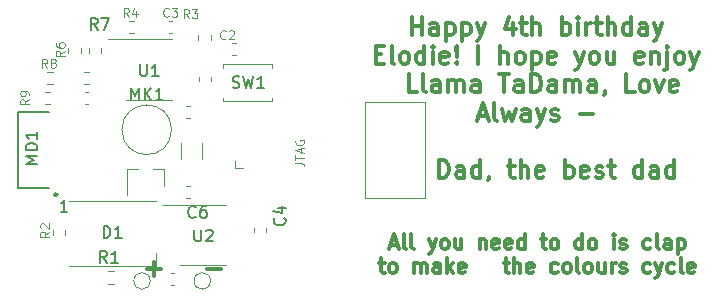
<source format=gbr>
%TF.GenerationSoftware,KiCad,Pcbnew,(6.0.0-rc1-314-g10be483430)*%
%TF.CreationDate,2021-12-09T18:24:32+11:00*%
%TF.ProjectId,project_llama,70726f6a-6563-4745-9f6c-6c616d612e6b,rev?*%
%TF.SameCoordinates,Original*%
%TF.FileFunction,Legend,Top*%
%TF.FilePolarity,Positive*%
%FSLAX46Y46*%
G04 Gerber Fmt 4.6, Leading zero omitted, Abs format (unit mm)*
G04 Created by KiCad (PCBNEW (6.0.0-rc1-314-g10be483430)) date 2021-12-09 18:24:32*
%MOMM*%
%LPD*%
G01*
G04 APERTURE LIST*
%ADD10C,0.300000*%
%ADD11C,0.120000*%
%ADD12C,0.150000*%
%ADD13C,0.250000*%
G04 APERTURE END LIST*
D10*
X189028571Y-50107142D02*
X190171428Y-50107142D01*
X189600000Y-50678571D02*
X189600000Y-49535714D01*
X209629761Y-48052083D02*
X210225000Y-48052083D01*
X209510714Y-48409226D02*
X209927380Y-47159226D01*
X210344047Y-48409226D01*
X210939285Y-48409226D02*
X210820238Y-48349702D01*
X210760714Y-48230654D01*
X210760714Y-47159226D01*
X211594047Y-48409226D02*
X211475000Y-48349702D01*
X211415476Y-48230654D01*
X211415476Y-47159226D01*
X212903571Y-47575892D02*
X213201190Y-48409226D01*
X213498809Y-47575892D02*
X213201190Y-48409226D01*
X213082142Y-48706845D01*
X213022619Y-48766369D01*
X212903571Y-48825892D01*
X214153571Y-48409226D02*
X214034523Y-48349702D01*
X213975000Y-48290178D01*
X213915476Y-48171130D01*
X213915476Y-47813988D01*
X213975000Y-47694940D01*
X214034523Y-47635416D01*
X214153571Y-47575892D01*
X214332142Y-47575892D01*
X214451190Y-47635416D01*
X214510714Y-47694940D01*
X214570238Y-47813988D01*
X214570238Y-48171130D01*
X214510714Y-48290178D01*
X214451190Y-48349702D01*
X214332142Y-48409226D01*
X214153571Y-48409226D01*
X215641666Y-47575892D02*
X215641666Y-48409226D01*
X215105952Y-47575892D02*
X215105952Y-48230654D01*
X215165476Y-48349702D01*
X215284523Y-48409226D01*
X215463095Y-48409226D01*
X215582142Y-48349702D01*
X215641666Y-48290178D01*
X217189285Y-47575892D02*
X217189285Y-48409226D01*
X217189285Y-47694940D02*
X217248809Y-47635416D01*
X217367857Y-47575892D01*
X217546428Y-47575892D01*
X217665476Y-47635416D01*
X217725000Y-47754464D01*
X217725000Y-48409226D01*
X218796428Y-48349702D02*
X218677380Y-48409226D01*
X218439285Y-48409226D01*
X218320238Y-48349702D01*
X218260714Y-48230654D01*
X218260714Y-47754464D01*
X218320238Y-47635416D01*
X218439285Y-47575892D01*
X218677380Y-47575892D01*
X218796428Y-47635416D01*
X218855952Y-47754464D01*
X218855952Y-47873511D01*
X218260714Y-47992559D01*
X219867857Y-48349702D02*
X219748809Y-48409226D01*
X219510714Y-48409226D01*
X219391666Y-48349702D01*
X219332142Y-48230654D01*
X219332142Y-47754464D01*
X219391666Y-47635416D01*
X219510714Y-47575892D01*
X219748809Y-47575892D01*
X219867857Y-47635416D01*
X219927380Y-47754464D01*
X219927380Y-47873511D01*
X219332142Y-47992559D01*
X220998809Y-48409226D02*
X220998809Y-47159226D01*
X220998809Y-48349702D02*
X220879761Y-48409226D01*
X220641666Y-48409226D01*
X220522619Y-48349702D01*
X220463095Y-48290178D01*
X220403571Y-48171130D01*
X220403571Y-47813988D01*
X220463095Y-47694940D01*
X220522619Y-47635416D01*
X220641666Y-47575892D01*
X220879761Y-47575892D01*
X220998809Y-47635416D01*
X222367857Y-47575892D02*
X222844047Y-47575892D01*
X222546428Y-47159226D02*
X222546428Y-48230654D01*
X222605952Y-48349702D01*
X222725000Y-48409226D01*
X222844047Y-48409226D01*
X223439285Y-48409226D02*
X223320238Y-48349702D01*
X223260714Y-48290178D01*
X223201190Y-48171130D01*
X223201190Y-47813988D01*
X223260714Y-47694940D01*
X223320238Y-47635416D01*
X223439285Y-47575892D01*
X223617857Y-47575892D01*
X223736904Y-47635416D01*
X223796428Y-47694940D01*
X223855952Y-47813988D01*
X223855952Y-48171130D01*
X223796428Y-48290178D01*
X223736904Y-48349702D01*
X223617857Y-48409226D01*
X223439285Y-48409226D01*
X225879761Y-48409226D02*
X225879761Y-47159226D01*
X225879761Y-48349702D02*
X225760714Y-48409226D01*
X225522619Y-48409226D01*
X225403571Y-48349702D01*
X225344047Y-48290178D01*
X225284523Y-48171130D01*
X225284523Y-47813988D01*
X225344047Y-47694940D01*
X225403571Y-47635416D01*
X225522619Y-47575892D01*
X225760714Y-47575892D01*
X225879761Y-47635416D01*
X226653571Y-48409226D02*
X226534523Y-48349702D01*
X226475000Y-48290178D01*
X226415476Y-48171130D01*
X226415476Y-47813988D01*
X226475000Y-47694940D01*
X226534523Y-47635416D01*
X226653571Y-47575892D01*
X226832142Y-47575892D01*
X226951190Y-47635416D01*
X227010714Y-47694940D01*
X227070238Y-47813988D01*
X227070238Y-48171130D01*
X227010714Y-48290178D01*
X226951190Y-48349702D01*
X226832142Y-48409226D01*
X226653571Y-48409226D01*
X228558333Y-48409226D02*
X228558333Y-47575892D01*
X228558333Y-47159226D02*
X228498809Y-47218750D01*
X228558333Y-47278273D01*
X228617857Y-47218750D01*
X228558333Y-47159226D01*
X228558333Y-47278273D01*
X229094047Y-48349702D02*
X229213095Y-48409226D01*
X229451190Y-48409226D01*
X229570238Y-48349702D01*
X229629761Y-48230654D01*
X229629761Y-48171130D01*
X229570238Y-48052083D01*
X229451190Y-47992559D01*
X229272619Y-47992559D01*
X229153571Y-47933035D01*
X229094047Y-47813988D01*
X229094047Y-47754464D01*
X229153571Y-47635416D01*
X229272619Y-47575892D01*
X229451190Y-47575892D01*
X229570238Y-47635416D01*
X231653571Y-48349702D02*
X231534523Y-48409226D01*
X231296428Y-48409226D01*
X231177380Y-48349702D01*
X231117857Y-48290178D01*
X231058333Y-48171130D01*
X231058333Y-47813988D01*
X231117857Y-47694940D01*
X231177380Y-47635416D01*
X231296428Y-47575892D01*
X231534523Y-47575892D01*
X231653571Y-47635416D01*
X232367857Y-48409226D02*
X232248809Y-48349702D01*
X232189285Y-48230654D01*
X232189285Y-47159226D01*
X233379761Y-48409226D02*
X233379761Y-47754464D01*
X233320238Y-47635416D01*
X233201190Y-47575892D01*
X232963095Y-47575892D01*
X232844047Y-47635416D01*
X233379761Y-48349702D02*
X233260714Y-48409226D01*
X232963095Y-48409226D01*
X232844047Y-48349702D01*
X232784523Y-48230654D01*
X232784523Y-48111607D01*
X232844047Y-47992559D01*
X232963095Y-47933035D01*
X233260714Y-47933035D01*
X233379761Y-47873511D01*
X233974999Y-47575892D02*
X233974999Y-48825892D01*
X233974999Y-47635416D02*
X234094047Y-47575892D01*
X234332142Y-47575892D01*
X234451190Y-47635416D01*
X234510714Y-47694940D01*
X234570238Y-47813988D01*
X234570238Y-48171130D01*
X234510714Y-48290178D01*
X234451190Y-48349702D01*
X234332142Y-48409226D01*
X234094047Y-48409226D01*
X233974999Y-48349702D01*
X208677380Y-49588392D02*
X209153571Y-49588392D01*
X208855952Y-49171726D02*
X208855952Y-50243154D01*
X208915476Y-50362202D01*
X209034523Y-50421726D01*
X209153571Y-50421726D01*
X209748809Y-50421726D02*
X209629761Y-50362202D01*
X209570238Y-50302678D01*
X209510714Y-50183630D01*
X209510714Y-49826488D01*
X209570238Y-49707440D01*
X209629761Y-49647916D01*
X209748809Y-49588392D01*
X209927380Y-49588392D01*
X210046428Y-49647916D01*
X210105952Y-49707440D01*
X210165476Y-49826488D01*
X210165476Y-50183630D01*
X210105952Y-50302678D01*
X210046428Y-50362202D01*
X209927380Y-50421726D01*
X209748809Y-50421726D01*
X211653571Y-50421726D02*
X211653571Y-49588392D01*
X211653571Y-49707440D02*
X211713095Y-49647916D01*
X211832142Y-49588392D01*
X212010714Y-49588392D01*
X212129761Y-49647916D01*
X212189285Y-49766964D01*
X212189285Y-50421726D01*
X212189285Y-49766964D02*
X212248809Y-49647916D01*
X212367857Y-49588392D01*
X212546428Y-49588392D01*
X212665476Y-49647916D01*
X212725000Y-49766964D01*
X212725000Y-50421726D01*
X213855952Y-50421726D02*
X213855952Y-49766964D01*
X213796428Y-49647916D01*
X213677380Y-49588392D01*
X213439285Y-49588392D01*
X213320238Y-49647916D01*
X213855952Y-50362202D02*
X213736904Y-50421726D01*
X213439285Y-50421726D01*
X213320238Y-50362202D01*
X213260714Y-50243154D01*
X213260714Y-50124107D01*
X213320238Y-50005059D01*
X213439285Y-49945535D01*
X213736904Y-49945535D01*
X213855952Y-49886011D01*
X214451190Y-50421726D02*
X214451190Y-49171726D01*
X214570238Y-49945535D02*
X214927380Y-50421726D01*
X214927380Y-49588392D02*
X214451190Y-50064583D01*
X215939285Y-50362202D02*
X215820238Y-50421726D01*
X215582142Y-50421726D01*
X215463095Y-50362202D01*
X215403571Y-50243154D01*
X215403571Y-49766964D01*
X215463095Y-49647916D01*
X215582142Y-49588392D01*
X215820238Y-49588392D01*
X215939285Y-49647916D01*
X215998809Y-49766964D01*
X215998809Y-49886011D01*
X215403571Y-50005059D01*
X219213095Y-49588392D02*
X219689285Y-49588392D01*
X219391666Y-49171726D02*
X219391666Y-50243154D01*
X219451190Y-50362202D01*
X219570238Y-50421726D01*
X219689285Y-50421726D01*
X220105952Y-50421726D02*
X220105952Y-49171726D01*
X220641666Y-50421726D02*
X220641666Y-49766964D01*
X220582142Y-49647916D01*
X220463095Y-49588392D01*
X220284523Y-49588392D01*
X220165476Y-49647916D01*
X220105952Y-49707440D01*
X221713095Y-50362202D02*
X221594047Y-50421726D01*
X221355952Y-50421726D01*
X221236904Y-50362202D01*
X221177380Y-50243154D01*
X221177380Y-49766964D01*
X221236904Y-49647916D01*
X221355952Y-49588392D01*
X221594047Y-49588392D01*
X221713095Y-49647916D01*
X221772619Y-49766964D01*
X221772619Y-49886011D01*
X221177380Y-50005059D01*
X223796428Y-50362202D02*
X223677380Y-50421726D01*
X223439285Y-50421726D01*
X223320238Y-50362202D01*
X223260714Y-50302678D01*
X223201190Y-50183630D01*
X223201190Y-49826488D01*
X223260714Y-49707440D01*
X223320238Y-49647916D01*
X223439285Y-49588392D01*
X223677380Y-49588392D01*
X223796428Y-49647916D01*
X224510714Y-50421726D02*
X224391666Y-50362202D01*
X224332142Y-50302678D01*
X224272619Y-50183630D01*
X224272619Y-49826488D01*
X224332142Y-49707440D01*
X224391666Y-49647916D01*
X224510714Y-49588392D01*
X224689285Y-49588392D01*
X224808333Y-49647916D01*
X224867857Y-49707440D01*
X224927380Y-49826488D01*
X224927380Y-50183630D01*
X224867857Y-50302678D01*
X224808333Y-50362202D01*
X224689285Y-50421726D01*
X224510714Y-50421726D01*
X225641666Y-50421726D02*
X225522619Y-50362202D01*
X225463095Y-50243154D01*
X225463095Y-49171726D01*
X226296428Y-50421726D02*
X226177380Y-50362202D01*
X226117857Y-50302678D01*
X226058333Y-50183630D01*
X226058333Y-49826488D01*
X226117857Y-49707440D01*
X226177380Y-49647916D01*
X226296428Y-49588392D01*
X226475000Y-49588392D01*
X226594047Y-49647916D01*
X226653571Y-49707440D01*
X226713095Y-49826488D01*
X226713095Y-50183630D01*
X226653571Y-50302678D01*
X226594047Y-50362202D01*
X226475000Y-50421726D01*
X226296428Y-50421726D01*
X227784523Y-49588392D02*
X227784523Y-50421726D01*
X227248809Y-49588392D02*
X227248809Y-50243154D01*
X227308333Y-50362202D01*
X227427380Y-50421726D01*
X227605952Y-50421726D01*
X227725000Y-50362202D01*
X227784523Y-50302678D01*
X228379761Y-50421726D02*
X228379761Y-49588392D01*
X228379761Y-49826488D02*
X228439285Y-49707440D01*
X228498809Y-49647916D01*
X228617857Y-49588392D01*
X228736904Y-49588392D01*
X229094047Y-50362202D02*
X229213095Y-50421726D01*
X229451190Y-50421726D01*
X229570238Y-50362202D01*
X229629761Y-50243154D01*
X229629761Y-50183630D01*
X229570238Y-50064583D01*
X229451190Y-50005059D01*
X229272619Y-50005059D01*
X229153571Y-49945535D01*
X229094047Y-49826488D01*
X229094047Y-49766964D01*
X229153571Y-49647916D01*
X229272619Y-49588392D01*
X229451190Y-49588392D01*
X229570238Y-49647916D01*
X231653571Y-50362202D02*
X231534523Y-50421726D01*
X231296428Y-50421726D01*
X231177380Y-50362202D01*
X231117857Y-50302678D01*
X231058333Y-50183630D01*
X231058333Y-49826488D01*
X231117857Y-49707440D01*
X231177380Y-49647916D01*
X231296428Y-49588392D01*
X231534523Y-49588392D01*
X231653571Y-49647916D01*
X232070238Y-49588392D02*
X232367857Y-50421726D01*
X232665476Y-49588392D02*
X232367857Y-50421726D01*
X232248809Y-50719345D01*
X232189285Y-50778869D01*
X232070238Y-50838392D01*
X233677380Y-50362202D02*
X233558333Y-50421726D01*
X233320238Y-50421726D01*
X233201190Y-50362202D01*
X233141666Y-50302678D01*
X233082142Y-50183630D01*
X233082142Y-49826488D01*
X233141666Y-49707440D01*
X233201190Y-49647916D01*
X233320238Y-49588392D01*
X233558333Y-49588392D01*
X233677380Y-49647916D01*
X234391666Y-50421726D02*
X234272619Y-50362202D01*
X234213095Y-50243154D01*
X234213095Y-49171726D01*
X235344047Y-50362202D02*
X235225000Y-50421726D01*
X234986904Y-50421726D01*
X234867857Y-50362202D01*
X234808333Y-50243154D01*
X234808333Y-49766964D01*
X234867857Y-49647916D01*
X234986904Y-49588392D01*
X235225000Y-49588392D01*
X235344047Y-49647916D01*
X235403571Y-49766964D01*
X235403571Y-49886011D01*
X234808333Y-50005059D01*
X211442857Y-30291071D02*
X211442857Y-28791071D01*
X211442857Y-29505357D02*
X212300000Y-29505357D01*
X212300000Y-30291071D02*
X212300000Y-28791071D01*
X213657142Y-30291071D02*
X213657142Y-29505357D01*
X213585714Y-29362500D01*
X213442857Y-29291071D01*
X213157142Y-29291071D01*
X213014285Y-29362500D01*
X213657142Y-30219642D02*
X213514285Y-30291071D01*
X213157142Y-30291071D01*
X213014285Y-30219642D01*
X212942857Y-30076785D01*
X212942857Y-29933928D01*
X213014285Y-29791071D01*
X213157142Y-29719642D01*
X213514285Y-29719642D01*
X213657142Y-29648214D01*
X214371428Y-29291071D02*
X214371428Y-30791071D01*
X214371428Y-29362500D02*
X214514285Y-29291071D01*
X214800000Y-29291071D01*
X214942857Y-29362500D01*
X215014285Y-29433928D01*
X215085714Y-29576785D01*
X215085714Y-30005357D01*
X215014285Y-30148214D01*
X214942857Y-30219642D01*
X214800000Y-30291071D01*
X214514285Y-30291071D01*
X214371428Y-30219642D01*
X215728571Y-29291071D02*
X215728571Y-30791071D01*
X215728571Y-29362500D02*
X215871428Y-29291071D01*
X216157142Y-29291071D01*
X216300000Y-29362500D01*
X216371428Y-29433928D01*
X216442857Y-29576785D01*
X216442857Y-30005357D01*
X216371428Y-30148214D01*
X216300000Y-30219642D01*
X216157142Y-30291071D01*
X215871428Y-30291071D01*
X215728571Y-30219642D01*
X216942857Y-29291071D02*
X217300000Y-30291071D01*
X217657142Y-29291071D02*
X217300000Y-30291071D01*
X217157142Y-30648214D01*
X217085714Y-30719642D01*
X216942857Y-30791071D01*
X220014285Y-29291071D02*
X220014285Y-30291071D01*
X219657142Y-28719642D02*
X219300000Y-29791071D01*
X220228571Y-29791071D01*
X220585714Y-29291071D02*
X221157142Y-29291071D01*
X220800000Y-28791071D02*
X220800000Y-30076785D01*
X220871428Y-30219642D01*
X221014285Y-30291071D01*
X221157142Y-30291071D01*
X221657142Y-30291071D02*
X221657142Y-28791071D01*
X222300000Y-30291071D02*
X222300000Y-29505357D01*
X222228571Y-29362500D01*
X222085714Y-29291071D01*
X221871428Y-29291071D01*
X221728571Y-29362500D01*
X221657142Y-29433928D01*
X224157142Y-30291071D02*
X224157142Y-28791071D01*
X224157142Y-29362500D02*
X224300000Y-29291071D01*
X224585714Y-29291071D01*
X224728571Y-29362500D01*
X224800000Y-29433928D01*
X224871428Y-29576785D01*
X224871428Y-30005357D01*
X224800000Y-30148214D01*
X224728571Y-30219642D01*
X224585714Y-30291071D01*
X224300000Y-30291071D01*
X224157142Y-30219642D01*
X225514285Y-30291071D02*
X225514285Y-29291071D01*
X225514285Y-28791071D02*
X225442857Y-28862500D01*
X225514285Y-28933928D01*
X225585714Y-28862500D01*
X225514285Y-28791071D01*
X225514285Y-28933928D01*
X226228571Y-30291071D02*
X226228571Y-29291071D01*
X226228571Y-29576785D02*
X226300000Y-29433928D01*
X226371428Y-29362500D01*
X226514285Y-29291071D01*
X226657142Y-29291071D01*
X226942857Y-29291071D02*
X227514285Y-29291071D01*
X227157142Y-28791071D02*
X227157142Y-30076785D01*
X227228571Y-30219642D01*
X227371428Y-30291071D01*
X227514285Y-30291071D01*
X228014285Y-30291071D02*
X228014285Y-28791071D01*
X228657142Y-30291071D02*
X228657142Y-29505357D01*
X228585714Y-29362500D01*
X228442857Y-29291071D01*
X228228571Y-29291071D01*
X228085714Y-29362500D01*
X228014285Y-29433928D01*
X230014285Y-30291071D02*
X230014285Y-28791071D01*
X230014285Y-30219642D02*
X229871428Y-30291071D01*
X229585714Y-30291071D01*
X229442857Y-30219642D01*
X229371428Y-30148214D01*
X229300000Y-30005357D01*
X229300000Y-29576785D01*
X229371428Y-29433928D01*
X229442857Y-29362500D01*
X229585714Y-29291071D01*
X229871428Y-29291071D01*
X230014285Y-29362500D01*
X231371428Y-30291071D02*
X231371428Y-29505357D01*
X231300000Y-29362500D01*
X231157142Y-29291071D01*
X230871428Y-29291071D01*
X230728571Y-29362500D01*
X231371428Y-30219642D02*
X231228571Y-30291071D01*
X230871428Y-30291071D01*
X230728571Y-30219642D01*
X230657142Y-30076785D01*
X230657142Y-29933928D01*
X230728571Y-29791071D01*
X230871428Y-29719642D01*
X231228571Y-29719642D01*
X231371428Y-29648214D01*
X231942857Y-29291071D02*
X232300000Y-30291071D01*
X232657142Y-29291071D02*
X232300000Y-30291071D01*
X232157142Y-30648214D01*
X232085714Y-30719642D01*
X231942857Y-30791071D01*
X208371428Y-31920357D02*
X208871428Y-31920357D01*
X209085714Y-32706071D02*
X208371428Y-32706071D01*
X208371428Y-31206071D01*
X209085714Y-31206071D01*
X209942857Y-32706071D02*
X209800000Y-32634642D01*
X209728571Y-32491785D01*
X209728571Y-31206071D01*
X210728571Y-32706071D02*
X210585714Y-32634642D01*
X210514285Y-32563214D01*
X210442857Y-32420357D01*
X210442857Y-31991785D01*
X210514285Y-31848928D01*
X210585714Y-31777500D01*
X210728571Y-31706071D01*
X210942857Y-31706071D01*
X211085714Y-31777500D01*
X211157142Y-31848928D01*
X211228571Y-31991785D01*
X211228571Y-32420357D01*
X211157142Y-32563214D01*
X211085714Y-32634642D01*
X210942857Y-32706071D01*
X210728571Y-32706071D01*
X212514285Y-32706071D02*
X212514285Y-31206071D01*
X212514285Y-32634642D02*
X212371428Y-32706071D01*
X212085714Y-32706071D01*
X211942857Y-32634642D01*
X211871428Y-32563214D01*
X211800000Y-32420357D01*
X211800000Y-31991785D01*
X211871428Y-31848928D01*
X211942857Y-31777500D01*
X212085714Y-31706071D01*
X212371428Y-31706071D01*
X212514285Y-31777500D01*
X213228571Y-32706071D02*
X213228571Y-31706071D01*
X213228571Y-31206071D02*
X213157142Y-31277500D01*
X213228571Y-31348928D01*
X213300000Y-31277500D01*
X213228571Y-31206071D01*
X213228571Y-31348928D01*
X214514285Y-32634642D02*
X214371428Y-32706071D01*
X214085714Y-32706071D01*
X213942857Y-32634642D01*
X213871428Y-32491785D01*
X213871428Y-31920357D01*
X213942857Y-31777500D01*
X214085714Y-31706071D01*
X214371428Y-31706071D01*
X214514285Y-31777500D01*
X214585714Y-31920357D01*
X214585714Y-32063214D01*
X213871428Y-32206071D01*
X215228571Y-32563214D02*
X215300000Y-32634642D01*
X215228571Y-32706071D01*
X215157142Y-32634642D01*
X215228571Y-32563214D01*
X215228571Y-32706071D01*
X215228571Y-32134642D02*
X215157142Y-31277500D01*
X215228571Y-31206071D01*
X215300000Y-31277500D01*
X215228571Y-32134642D01*
X215228571Y-31206071D01*
X217085714Y-32706071D02*
X217085714Y-31206071D01*
X218942857Y-32706071D02*
X218942857Y-31206071D01*
X219585714Y-32706071D02*
X219585714Y-31920357D01*
X219514285Y-31777500D01*
X219371428Y-31706071D01*
X219157142Y-31706071D01*
X219014285Y-31777500D01*
X218942857Y-31848928D01*
X220514285Y-32706071D02*
X220371428Y-32634642D01*
X220300000Y-32563214D01*
X220228571Y-32420357D01*
X220228571Y-31991785D01*
X220300000Y-31848928D01*
X220371428Y-31777500D01*
X220514285Y-31706071D01*
X220728571Y-31706071D01*
X220871428Y-31777500D01*
X220942857Y-31848928D01*
X221014285Y-31991785D01*
X221014285Y-32420357D01*
X220942857Y-32563214D01*
X220871428Y-32634642D01*
X220728571Y-32706071D01*
X220514285Y-32706071D01*
X221657142Y-31706071D02*
X221657142Y-33206071D01*
X221657142Y-31777500D02*
X221800000Y-31706071D01*
X222085714Y-31706071D01*
X222228571Y-31777500D01*
X222300000Y-31848928D01*
X222371428Y-31991785D01*
X222371428Y-32420357D01*
X222300000Y-32563214D01*
X222228571Y-32634642D01*
X222085714Y-32706071D01*
X221800000Y-32706071D01*
X221657142Y-32634642D01*
X223585714Y-32634642D02*
X223442857Y-32706071D01*
X223157142Y-32706071D01*
X223014285Y-32634642D01*
X222942857Y-32491785D01*
X222942857Y-31920357D01*
X223014285Y-31777500D01*
X223157142Y-31706071D01*
X223442857Y-31706071D01*
X223585714Y-31777500D01*
X223657142Y-31920357D01*
X223657142Y-32063214D01*
X222942857Y-32206071D01*
X225299999Y-31706071D02*
X225657142Y-32706071D01*
X226014285Y-31706071D02*
X225657142Y-32706071D01*
X225514285Y-33063214D01*
X225442857Y-33134642D01*
X225299999Y-33206071D01*
X226799999Y-32706071D02*
X226657142Y-32634642D01*
X226585714Y-32563214D01*
X226514285Y-32420357D01*
X226514285Y-31991785D01*
X226585714Y-31848928D01*
X226657142Y-31777500D01*
X226799999Y-31706071D01*
X227014285Y-31706071D01*
X227157142Y-31777500D01*
X227228571Y-31848928D01*
X227299999Y-31991785D01*
X227299999Y-32420357D01*
X227228571Y-32563214D01*
X227157142Y-32634642D01*
X227014285Y-32706071D01*
X226799999Y-32706071D01*
X228585714Y-31706071D02*
X228585714Y-32706071D01*
X227942857Y-31706071D02*
X227942857Y-32491785D01*
X228014285Y-32634642D01*
X228157142Y-32706071D01*
X228371428Y-32706071D01*
X228514285Y-32634642D01*
X228585714Y-32563214D01*
X231014285Y-32634642D02*
X230871428Y-32706071D01*
X230585714Y-32706071D01*
X230442857Y-32634642D01*
X230371428Y-32491785D01*
X230371428Y-31920357D01*
X230442857Y-31777500D01*
X230585714Y-31706071D01*
X230871428Y-31706071D01*
X231014285Y-31777500D01*
X231085714Y-31920357D01*
X231085714Y-32063214D01*
X230371428Y-32206071D01*
X231728571Y-31706071D02*
X231728571Y-32706071D01*
X231728571Y-31848928D02*
X231800000Y-31777500D01*
X231942857Y-31706071D01*
X232157142Y-31706071D01*
X232300000Y-31777500D01*
X232371428Y-31920357D01*
X232371428Y-32706071D01*
X233085714Y-31706071D02*
X233085714Y-32991785D01*
X233014285Y-33134642D01*
X232871428Y-33206071D01*
X232800000Y-33206071D01*
X233085714Y-31206071D02*
X233014285Y-31277500D01*
X233085714Y-31348928D01*
X233157142Y-31277500D01*
X233085714Y-31206071D01*
X233085714Y-31348928D01*
X234014285Y-32706071D02*
X233871428Y-32634642D01*
X233800000Y-32563214D01*
X233728571Y-32420357D01*
X233728571Y-31991785D01*
X233800000Y-31848928D01*
X233871428Y-31777500D01*
X234014285Y-31706071D01*
X234228571Y-31706071D01*
X234371428Y-31777500D01*
X234442857Y-31848928D01*
X234514285Y-31991785D01*
X234514285Y-32420357D01*
X234442857Y-32563214D01*
X234371428Y-32634642D01*
X234228571Y-32706071D01*
X234014285Y-32706071D01*
X235014285Y-31706071D02*
X235371428Y-32706071D01*
X235728571Y-31706071D02*
X235371428Y-32706071D01*
X235228571Y-33063214D01*
X235157142Y-33134642D01*
X235014285Y-33206071D01*
X211907142Y-35121071D02*
X211192857Y-35121071D01*
X211192857Y-33621071D01*
X212621428Y-35121071D02*
X212478571Y-35049642D01*
X212407142Y-34906785D01*
X212407142Y-33621071D01*
X213835714Y-35121071D02*
X213835714Y-34335357D01*
X213764285Y-34192500D01*
X213621428Y-34121071D01*
X213335714Y-34121071D01*
X213192857Y-34192500D01*
X213835714Y-35049642D02*
X213692857Y-35121071D01*
X213335714Y-35121071D01*
X213192857Y-35049642D01*
X213121428Y-34906785D01*
X213121428Y-34763928D01*
X213192857Y-34621071D01*
X213335714Y-34549642D01*
X213692857Y-34549642D01*
X213835714Y-34478214D01*
X214549999Y-35121071D02*
X214549999Y-34121071D01*
X214549999Y-34263928D02*
X214621428Y-34192500D01*
X214764285Y-34121071D01*
X214978571Y-34121071D01*
X215121428Y-34192500D01*
X215192857Y-34335357D01*
X215192857Y-35121071D01*
X215192857Y-34335357D02*
X215264285Y-34192500D01*
X215407142Y-34121071D01*
X215621428Y-34121071D01*
X215764285Y-34192500D01*
X215835714Y-34335357D01*
X215835714Y-35121071D01*
X217192857Y-35121071D02*
X217192857Y-34335357D01*
X217121428Y-34192500D01*
X216978571Y-34121071D01*
X216692857Y-34121071D01*
X216549999Y-34192500D01*
X217192857Y-35049642D02*
X217049999Y-35121071D01*
X216692857Y-35121071D01*
X216549999Y-35049642D01*
X216478571Y-34906785D01*
X216478571Y-34763928D01*
X216549999Y-34621071D01*
X216692857Y-34549642D01*
X217049999Y-34549642D01*
X217192857Y-34478214D01*
X218835714Y-33621071D02*
X219692857Y-33621071D01*
X219264285Y-35121071D02*
X219264285Y-33621071D01*
X220835714Y-35121071D02*
X220835714Y-34335357D01*
X220764285Y-34192500D01*
X220621428Y-34121071D01*
X220335714Y-34121071D01*
X220192857Y-34192500D01*
X220835714Y-35049642D02*
X220692857Y-35121071D01*
X220335714Y-35121071D01*
X220192857Y-35049642D01*
X220121428Y-34906785D01*
X220121428Y-34763928D01*
X220192857Y-34621071D01*
X220335714Y-34549642D01*
X220692857Y-34549642D01*
X220835714Y-34478214D01*
X221549999Y-35121071D02*
X221549999Y-33621071D01*
X221907142Y-33621071D01*
X222121428Y-33692500D01*
X222264285Y-33835357D01*
X222335714Y-33978214D01*
X222407142Y-34263928D01*
X222407142Y-34478214D01*
X222335714Y-34763928D01*
X222264285Y-34906785D01*
X222121428Y-35049642D01*
X221907142Y-35121071D01*
X221549999Y-35121071D01*
X223692857Y-35121071D02*
X223692857Y-34335357D01*
X223621428Y-34192500D01*
X223478571Y-34121071D01*
X223192857Y-34121071D01*
X223049999Y-34192500D01*
X223692857Y-35049642D02*
X223549999Y-35121071D01*
X223192857Y-35121071D01*
X223049999Y-35049642D01*
X222978571Y-34906785D01*
X222978571Y-34763928D01*
X223049999Y-34621071D01*
X223192857Y-34549642D01*
X223549999Y-34549642D01*
X223692857Y-34478214D01*
X224407142Y-35121071D02*
X224407142Y-34121071D01*
X224407142Y-34263928D02*
X224478571Y-34192500D01*
X224621428Y-34121071D01*
X224835714Y-34121071D01*
X224978571Y-34192500D01*
X225049999Y-34335357D01*
X225049999Y-35121071D01*
X225049999Y-34335357D02*
X225121428Y-34192500D01*
X225264285Y-34121071D01*
X225478571Y-34121071D01*
X225621428Y-34192500D01*
X225692857Y-34335357D01*
X225692857Y-35121071D01*
X227049999Y-35121071D02*
X227049999Y-34335357D01*
X226978571Y-34192500D01*
X226835714Y-34121071D01*
X226549999Y-34121071D01*
X226407142Y-34192500D01*
X227049999Y-35049642D02*
X226907142Y-35121071D01*
X226549999Y-35121071D01*
X226407142Y-35049642D01*
X226335714Y-34906785D01*
X226335714Y-34763928D01*
X226407142Y-34621071D01*
X226549999Y-34549642D01*
X226907142Y-34549642D01*
X227049999Y-34478214D01*
X227835714Y-35049642D02*
X227835714Y-35121071D01*
X227764285Y-35263928D01*
X227692857Y-35335357D01*
X230335714Y-35121071D02*
X229621428Y-35121071D01*
X229621428Y-33621071D01*
X231049999Y-35121071D02*
X230907142Y-35049642D01*
X230835714Y-34978214D01*
X230764285Y-34835357D01*
X230764285Y-34406785D01*
X230835714Y-34263928D01*
X230907142Y-34192500D01*
X231049999Y-34121071D01*
X231264285Y-34121071D01*
X231407142Y-34192500D01*
X231478571Y-34263928D01*
X231549999Y-34406785D01*
X231549999Y-34835357D01*
X231478571Y-34978214D01*
X231407142Y-35049642D01*
X231264285Y-35121071D01*
X231049999Y-35121071D01*
X232049999Y-34121071D02*
X232407142Y-35121071D01*
X232764285Y-34121071D01*
X233907142Y-35049642D02*
X233764285Y-35121071D01*
X233478571Y-35121071D01*
X233335714Y-35049642D01*
X233264285Y-34906785D01*
X233264285Y-34335357D01*
X233335714Y-34192500D01*
X233478571Y-34121071D01*
X233764285Y-34121071D01*
X233907142Y-34192500D01*
X233978571Y-34335357D01*
X233978571Y-34478214D01*
X233264285Y-34621071D01*
X217085714Y-37107500D02*
X217800000Y-37107500D01*
X216942857Y-37536071D02*
X217442857Y-36036071D01*
X217942857Y-37536071D01*
X218657142Y-37536071D02*
X218514285Y-37464642D01*
X218442857Y-37321785D01*
X218442857Y-36036071D01*
X219085714Y-36536071D02*
X219371428Y-37536071D01*
X219657142Y-36821785D01*
X219942857Y-37536071D01*
X220228571Y-36536071D01*
X221442857Y-37536071D02*
X221442857Y-36750357D01*
X221371428Y-36607500D01*
X221228571Y-36536071D01*
X220942857Y-36536071D01*
X220800000Y-36607500D01*
X221442857Y-37464642D02*
X221300000Y-37536071D01*
X220942857Y-37536071D01*
X220800000Y-37464642D01*
X220728571Y-37321785D01*
X220728571Y-37178928D01*
X220800000Y-37036071D01*
X220942857Y-36964642D01*
X221300000Y-36964642D01*
X221442857Y-36893214D01*
X222014285Y-36536071D02*
X222371428Y-37536071D01*
X222728571Y-36536071D02*
X222371428Y-37536071D01*
X222228571Y-37893214D01*
X222157142Y-37964642D01*
X222014285Y-38036071D01*
X223228571Y-37464642D02*
X223371428Y-37536071D01*
X223657142Y-37536071D01*
X223800000Y-37464642D01*
X223871428Y-37321785D01*
X223871428Y-37250357D01*
X223800000Y-37107500D01*
X223657142Y-37036071D01*
X223442857Y-37036071D01*
X223300000Y-36964642D01*
X223228571Y-36821785D01*
X223228571Y-36750357D01*
X223300000Y-36607500D01*
X223442857Y-36536071D01*
X223657142Y-36536071D01*
X223800000Y-36607500D01*
X225657142Y-36964642D02*
X226800000Y-36964642D01*
X213728571Y-42366071D02*
X213728571Y-40866071D01*
X214085714Y-40866071D01*
X214299999Y-40937500D01*
X214442857Y-41080357D01*
X214514285Y-41223214D01*
X214585714Y-41508928D01*
X214585714Y-41723214D01*
X214514285Y-42008928D01*
X214442857Y-42151785D01*
X214299999Y-42294642D01*
X214085714Y-42366071D01*
X213728571Y-42366071D01*
X215871428Y-42366071D02*
X215871428Y-41580357D01*
X215799999Y-41437500D01*
X215657142Y-41366071D01*
X215371428Y-41366071D01*
X215228571Y-41437500D01*
X215871428Y-42294642D02*
X215728571Y-42366071D01*
X215371428Y-42366071D01*
X215228571Y-42294642D01*
X215157142Y-42151785D01*
X215157142Y-42008928D01*
X215228571Y-41866071D01*
X215371428Y-41794642D01*
X215728571Y-41794642D01*
X215871428Y-41723214D01*
X217228571Y-42366071D02*
X217228571Y-40866071D01*
X217228571Y-42294642D02*
X217085714Y-42366071D01*
X216799999Y-42366071D01*
X216657142Y-42294642D01*
X216585714Y-42223214D01*
X216514285Y-42080357D01*
X216514285Y-41651785D01*
X216585714Y-41508928D01*
X216657142Y-41437500D01*
X216799999Y-41366071D01*
X217085714Y-41366071D01*
X217228571Y-41437500D01*
X218014285Y-42294642D02*
X218014285Y-42366071D01*
X217942857Y-42508928D01*
X217871428Y-42580357D01*
X219585714Y-41366071D02*
X220157142Y-41366071D01*
X219799999Y-40866071D02*
X219799999Y-42151785D01*
X219871428Y-42294642D01*
X220014285Y-42366071D01*
X220157142Y-42366071D01*
X220657142Y-42366071D02*
X220657142Y-40866071D01*
X221299999Y-42366071D02*
X221299999Y-41580357D01*
X221228571Y-41437500D01*
X221085714Y-41366071D01*
X220871428Y-41366071D01*
X220728571Y-41437500D01*
X220657142Y-41508928D01*
X222585714Y-42294642D02*
X222442857Y-42366071D01*
X222157142Y-42366071D01*
X222014285Y-42294642D01*
X221942857Y-42151785D01*
X221942857Y-41580357D01*
X222014285Y-41437500D01*
X222157142Y-41366071D01*
X222442857Y-41366071D01*
X222585714Y-41437500D01*
X222657142Y-41580357D01*
X222657142Y-41723214D01*
X221942857Y-41866071D01*
X224442857Y-42366071D02*
X224442857Y-40866071D01*
X224442857Y-41437500D02*
X224585714Y-41366071D01*
X224871428Y-41366071D01*
X225014285Y-41437500D01*
X225085714Y-41508928D01*
X225157142Y-41651785D01*
X225157142Y-42080357D01*
X225085714Y-42223214D01*
X225014285Y-42294642D01*
X224871428Y-42366071D01*
X224585714Y-42366071D01*
X224442857Y-42294642D01*
X226371428Y-42294642D02*
X226228571Y-42366071D01*
X225942857Y-42366071D01*
X225799999Y-42294642D01*
X225728571Y-42151785D01*
X225728571Y-41580357D01*
X225799999Y-41437500D01*
X225942857Y-41366071D01*
X226228571Y-41366071D01*
X226371428Y-41437500D01*
X226442857Y-41580357D01*
X226442857Y-41723214D01*
X225728571Y-41866071D01*
X227014285Y-42294642D02*
X227157142Y-42366071D01*
X227442857Y-42366071D01*
X227585714Y-42294642D01*
X227657142Y-42151785D01*
X227657142Y-42080357D01*
X227585714Y-41937500D01*
X227442857Y-41866071D01*
X227228571Y-41866071D01*
X227085714Y-41794642D01*
X227014285Y-41651785D01*
X227014285Y-41580357D01*
X227085714Y-41437500D01*
X227228571Y-41366071D01*
X227442857Y-41366071D01*
X227585714Y-41437500D01*
X228085714Y-41366071D02*
X228657142Y-41366071D01*
X228299999Y-40866071D02*
X228299999Y-42151785D01*
X228371428Y-42294642D01*
X228514285Y-42366071D01*
X228657142Y-42366071D01*
X230942857Y-42366071D02*
X230942857Y-40866071D01*
X230942857Y-42294642D02*
X230799999Y-42366071D01*
X230514285Y-42366071D01*
X230371428Y-42294642D01*
X230299999Y-42223214D01*
X230228571Y-42080357D01*
X230228571Y-41651785D01*
X230299999Y-41508928D01*
X230371428Y-41437500D01*
X230514285Y-41366071D01*
X230799999Y-41366071D01*
X230942857Y-41437500D01*
X232299999Y-42366071D02*
X232299999Y-41580357D01*
X232228571Y-41437500D01*
X232085714Y-41366071D01*
X231799999Y-41366071D01*
X231657142Y-41437500D01*
X232299999Y-42294642D02*
X232157142Y-42366071D01*
X231799999Y-42366071D01*
X231657142Y-42294642D01*
X231585714Y-42151785D01*
X231585714Y-42008928D01*
X231657142Y-41866071D01*
X231799999Y-41794642D01*
X232157142Y-41794642D01*
X232299999Y-41723214D01*
X233657142Y-42366071D02*
X233657142Y-40866071D01*
X233657142Y-42294642D02*
X233514285Y-42366071D01*
X233228571Y-42366071D01*
X233085714Y-42294642D01*
X233014285Y-42223214D01*
X232942857Y-42080357D01*
X232942857Y-41651785D01*
X233014285Y-41508928D01*
X233085714Y-41437500D01*
X233228571Y-41366071D01*
X233514285Y-41366071D01*
X233657142Y-41437500D01*
D11*
X201564285Y-41125000D02*
X202100000Y-41125000D01*
X202207142Y-41160714D01*
X202278571Y-41232142D01*
X202314285Y-41339285D01*
X202314285Y-41410714D01*
X201564285Y-40875000D02*
X201564285Y-40446428D01*
X202314285Y-40660714D02*
X201564285Y-40660714D01*
X202100000Y-40232142D02*
X202100000Y-39875000D01*
X202314285Y-40303571D02*
X201564285Y-40053571D01*
X202314285Y-39803571D01*
X201600000Y-39160714D02*
X201564285Y-39232142D01*
X201564285Y-39339285D01*
X201600000Y-39446428D01*
X201671428Y-39517857D01*
X201742857Y-39553571D01*
X201885714Y-39589285D01*
X201992857Y-39589285D01*
X202135714Y-39553571D01*
X202207142Y-39517857D01*
X202278571Y-39446428D01*
X202314285Y-39339285D01*
X202314285Y-39267857D01*
X202278571Y-39160714D01*
X202242857Y-39125000D01*
X201992857Y-39125000D01*
X201992857Y-39267857D01*
D10*
X194128571Y-50107142D02*
X195271428Y-50107142D01*
D11*
%TO.C,C2*%
X195675000Y-30567857D02*
X195639285Y-30603571D01*
X195532142Y-30639285D01*
X195460714Y-30639285D01*
X195353571Y-30603571D01*
X195282142Y-30532142D01*
X195246428Y-30460714D01*
X195210714Y-30317857D01*
X195210714Y-30210714D01*
X195246428Y-30067857D01*
X195282142Y-29996428D01*
X195353571Y-29925000D01*
X195460714Y-29889285D01*
X195532142Y-29889285D01*
X195639285Y-29925000D01*
X195675000Y-29960714D01*
X195960714Y-29960714D02*
X195996428Y-29925000D01*
X196067857Y-29889285D01*
X196246428Y-29889285D01*
X196317857Y-29925000D01*
X196353571Y-29960714D01*
X196389285Y-30032142D01*
X196389285Y-30103571D01*
X196353571Y-30210714D01*
X195925000Y-30639285D01*
X196389285Y-30639285D01*
%TO.C,C3*%
X190875000Y-28667857D02*
X190839285Y-28703571D01*
X190732142Y-28739285D01*
X190660714Y-28739285D01*
X190553571Y-28703571D01*
X190482142Y-28632142D01*
X190446428Y-28560714D01*
X190410714Y-28417857D01*
X190410714Y-28310714D01*
X190446428Y-28167857D01*
X190482142Y-28096428D01*
X190553571Y-28025000D01*
X190660714Y-27989285D01*
X190732142Y-27989285D01*
X190839285Y-28025000D01*
X190875000Y-28060714D01*
X191125000Y-27989285D02*
X191589285Y-27989285D01*
X191339285Y-28275000D01*
X191446428Y-28275000D01*
X191517857Y-28310714D01*
X191553571Y-28346428D01*
X191589285Y-28417857D01*
X191589285Y-28596428D01*
X191553571Y-28667857D01*
X191517857Y-28703571D01*
X191446428Y-28739285D01*
X191232142Y-28739285D01*
X191160714Y-28703571D01*
X191125000Y-28667857D01*
D12*
%TO.C,C4*%
X200657142Y-45766666D02*
X200704761Y-45814285D01*
X200752380Y-45957142D01*
X200752380Y-46052380D01*
X200704761Y-46195238D01*
X200609523Y-46290476D01*
X200514285Y-46338095D01*
X200323809Y-46385714D01*
X200180952Y-46385714D01*
X199990476Y-46338095D01*
X199895238Y-46290476D01*
X199800000Y-46195238D01*
X199752380Y-46052380D01*
X199752380Y-45957142D01*
X199800000Y-45814285D01*
X199847619Y-45766666D01*
X200085714Y-44909523D02*
X200752380Y-44909523D01*
X199704761Y-45147619D02*
X200419047Y-45385714D01*
X200419047Y-44766666D01*
%TO.C,C6*%
X193133333Y-45657142D02*
X193085714Y-45704761D01*
X192942857Y-45752380D01*
X192847619Y-45752380D01*
X192704761Y-45704761D01*
X192609523Y-45609523D01*
X192561904Y-45514285D01*
X192514285Y-45323809D01*
X192514285Y-45180952D01*
X192561904Y-44990476D01*
X192609523Y-44895238D01*
X192704761Y-44800000D01*
X192847619Y-44752380D01*
X192942857Y-44752380D01*
X193085714Y-44800000D01*
X193133333Y-44847619D01*
X193990476Y-44752380D02*
X193800000Y-44752380D01*
X193704761Y-44800000D01*
X193657142Y-44847619D01*
X193561904Y-44990476D01*
X193514285Y-45180952D01*
X193514285Y-45561904D01*
X193561904Y-45657142D01*
X193609523Y-45704761D01*
X193704761Y-45752380D01*
X193895238Y-45752380D01*
X193990476Y-45704761D01*
X194038095Y-45657142D01*
X194085714Y-45561904D01*
X194085714Y-45323809D01*
X194038095Y-45228571D01*
X193990476Y-45180952D01*
X193895238Y-45133333D01*
X193704761Y-45133333D01*
X193609523Y-45180952D01*
X193561904Y-45228571D01*
X193514285Y-45323809D01*
%TO.C,D1*%
X185361904Y-47452380D02*
X185361904Y-46452380D01*
X185600000Y-46452380D01*
X185742857Y-46500000D01*
X185838095Y-46595238D01*
X185885714Y-46690476D01*
X185933333Y-46880952D01*
X185933333Y-47023809D01*
X185885714Y-47214285D01*
X185838095Y-47309523D01*
X185742857Y-47404761D01*
X185600000Y-47452380D01*
X185361904Y-47452380D01*
X186885714Y-47452380D02*
X186314285Y-47452380D01*
X186600000Y-47452380D02*
X186600000Y-46452380D01*
X186504761Y-46595238D01*
X186409523Y-46690476D01*
X186314285Y-46738095D01*
X182285714Y-45252380D02*
X181714285Y-45252380D01*
X182000000Y-45252380D02*
X182000000Y-44252380D01*
X181904761Y-44395238D01*
X181809523Y-44490476D01*
X181714285Y-44538095D01*
%TO.C,MD1*%
X179752380Y-41164404D02*
X178752380Y-41164404D01*
X179466666Y-40831071D01*
X178752380Y-40497738D01*
X179752380Y-40497738D01*
X179752380Y-40021547D02*
X178752380Y-40021547D01*
X178752380Y-39783452D01*
X178800000Y-39640595D01*
X178895238Y-39545357D01*
X178990476Y-39497738D01*
X179180952Y-39450119D01*
X179323809Y-39450119D01*
X179514285Y-39497738D01*
X179609523Y-39545357D01*
X179704761Y-39640595D01*
X179752380Y-39783452D01*
X179752380Y-40021547D01*
X179752380Y-38497738D02*
X179752380Y-39069166D01*
X179752380Y-38783452D02*
X178752380Y-38783452D01*
X178895238Y-38878690D01*
X178990476Y-38973928D01*
X179038095Y-39069166D01*
%TO.C,R1*%
X185633333Y-49552380D02*
X185300000Y-49076190D01*
X185061904Y-49552380D02*
X185061904Y-48552380D01*
X185442857Y-48552380D01*
X185538095Y-48600000D01*
X185585714Y-48647619D01*
X185633333Y-48742857D01*
X185633333Y-48885714D01*
X185585714Y-48980952D01*
X185538095Y-49028571D01*
X185442857Y-49076190D01*
X185061904Y-49076190D01*
X186585714Y-49552380D02*
X186014285Y-49552380D01*
X186300000Y-49552380D02*
X186300000Y-48552380D01*
X186204761Y-48695238D01*
X186109523Y-48790476D01*
X186014285Y-48838095D01*
D11*
%TO.C,R2*%
X180739285Y-46925000D02*
X180382142Y-47175000D01*
X180739285Y-47353571D02*
X179989285Y-47353571D01*
X179989285Y-47067857D01*
X180025000Y-46996428D01*
X180060714Y-46960714D01*
X180132142Y-46925000D01*
X180239285Y-46925000D01*
X180310714Y-46960714D01*
X180346428Y-46996428D01*
X180382142Y-47067857D01*
X180382142Y-47353571D01*
X180060714Y-46639285D02*
X180025000Y-46603571D01*
X179989285Y-46532142D01*
X179989285Y-46353571D01*
X180025000Y-46282142D01*
X180060714Y-46246428D01*
X180132142Y-46210714D01*
X180203571Y-46210714D01*
X180310714Y-46246428D01*
X180739285Y-46675000D01*
X180739285Y-46210714D01*
%TO.C,R3*%
X192575000Y-28839285D02*
X192325000Y-28482142D01*
X192146428Y-28839285D02*
X192146428Y-28089285D01*
X192432142Y-28089285D01*
X192503571Y-28125000D01*
X192539285Y-28160714D01*
X192575000Y-28232142D01*
X192575000Y-28339285D01*
X192539285Y-28410714D01*
X192503571Y-28446428D01*
X192432142Y-28482142D01*
X192146428Y-28482142D01*
X192825000Y-28089285D02*
X193289285Y-28089285D01*
X193039285Y-28375000D01*
X193146428Y-28375000D01*
X193217857Y-28410714D01*
X193253571Y-28446428D01*
X193289285Y-28517857D01*
X193289285Y-28696428D01*
X193253571Y-28767857D01*
X193217857Y-28803571D01*
X193146428Y-28839285D01*
X192932142Y-28839285D01*
X192860714Y-28803571D01*
X192825000Y-28767857D01*
%TO.C,R4*%
X187475000Y-28739285D02*
X187225000Y-28382142D01*
X187046428Y-28739285D02*
X187046428Y-27989285D01*
X187332142Y-27989285D01*
X187403571Y-28025000D01*
X187439285Y-28060714D01*
X187475000Y-28132142D01*
X187475000Y-28239285D01*
X187439285Y-28310714D01*
X187403571Y-28346428D01*
X187332142Y-28382142D01*
X187046428Y-28382142D01*
X188117857Y-28239285D02*
X188117857Y-28739285D01*
X187939285Y-27953571D02*
X187760714Y-28489285D01*
X188225000Y-28489285D01*
%TO.C,R6*%
X182039285Y-31625000D02*
X181682142Y-31875000D01*
X182039285Y-32053571D02*
X181289285Y-32053571D01*
X181289285Y-31767857D01*
X181325000Y-31696428D01*
X181360714Y-31660714D01*
X181432142Y-31625000D01*
X181539285Y-31625000D01*
X181610714Y-31660714D01*
X181646428Y-31696428D01*
X181682142Y-31767857D01*
X181682142Y-32053571D01*
X181289285Y-30982142D02*
X181289285Y-31125000D01*
X181325000Y-31196428D01*
X181360714Y-31232142D01*
X181467857Y-31303571D01*
X181610714Y-31339285D01*
X181896428Y-31339285D01*
X181967857Y-31303571D01*
X182003571Y-31267857D01*
X182039285Y-31196428D01*
X182039285Y-31053571D01*
X182003571Y-30982142D01*
X181967857Y-30946428D01*
X181896428Y-30910714D01*
X181717857Y-30910714D01*
X181646428Y-30946428D01*
X181610714Y-30982142D01*
X181575000Y-31053571D01*
X181575000Y-31196428D01*
X181610714Y-31267857D01*
X181646428Y-31303571D01*
X181717857Y-31339285D01*
D12*
%TO.C,R7*%
X184833333Y-29852380D02*
X184500000Y-29376190D01*
X184261904Y-29852380D02*
X184261904Y-28852380D01*
X184642857Y-28852380D01*
X184738095Y-28900000D01*
X184785714Y-28947619D01*
X184833333Y-29042857D01*
X184833333Y-29185714D01*
X184785714Y-29280952D01*
X184738095Y-29328571D01*
X184642857Y-29376190D01*
X184261904Y-29376190D01*
X185166666Y-28852380D02*
X185833333Y-28852380D01*
X185404761Y-29852380D01*
D11*
%TO.C,R8*%
X180575000Y-33039285D02*
X180325000Y-32682142D01*
X180146428Y-33039285D02*
X180146428Y-32289285D01*
X180432142Y-32289285D01*
X180503571Y-32325000D01*
X180539285Y-32360714D01*
X180575000Y-32432142D01*
X180575000Y-32539285D01*
X180539285Y-32610714D01*
X180503571Y-32646428D01*
X180432142Y-32682142D01*
X180146428Y-32682142D01*
X181003571Y-32610714D02*
X180932142Y-32575000D01*
X180896428Y-32539285D01*
X180860714Y-32467857D01*
X180860714Y-32432142D01*
X180896428Y-32360714D01*
X180932142Y-32325000D01*
X181003571Y-32289285D01*
X181146428Y-32289285D01*
X181217857Y-32325000D01*
X181253571Y-32360714D01*
X181289285Y-32432142D01*
X181289285Y-32467857D01*
X181253571Y-32539285D01*
X181217857Y-32575000D01*
X181146428Y-32610714D01*
X181003571Y-32610714D01*
X180932142Y-32646428D01*
X180896428Y-32682142D01*
X180860714Y-32753571D01*
X180860714Y-32896428D01*
X180896428Y-32967857D01*
X180932142Y-33003571D01*
X181003571Y-33039285D01*
X181146428Y-33039285D01*
X181217857Y-33003571D01*
X181253571Y-32967857D01*
X181289285Y-32896428D01*
X181289285Y-32753571D01*
X181253571Y-32682142D01*
X181217857Y-32646428D01*
X181146428Y-32610714D01*
%TO.C,R9*%
X179039285Y-35725000D02*
X178682142Y-35975000D01*
X179039285Y-36153571D02*
X178289285Y-36153571D01*
X178289285Y-35867857D01*
X178325000Y-35796428D01*
X178360714Y-35760714D01*
X178432142Y-35725000D01*
X178539285Y-35725000D01*
X178610714Y-35760714D01*
X178646428Y-35796428D01*
X178682142Y-35867857D01*
X178682142Y-36153571D01*
X179039285Y-35367857D02*
X179039285Y-35225000D01*
X179003571Y-35153571D01*
X178967857Y-35117857D01*
X178860714Y-35046428D01*
X178717857Y-35010714D01*
X178432142Y-35010714D01*
X178360714Y-35046428D01*
X178325000Y-35082142D01*
X178289285Y-35153571D01*
X178289285Y-35296428D01*
X178325000Y-35367857D01*
X178360714Y-35403571D01*
X178432142Y-35439285D01*
X178610714Y-35439285D01*
X178682142Y-35403571D01*
X178717857Y-35367857D01*
X178753571Y-35296428D01*
X178753571Y-35153571D01*
X178717857Y-35082142D01*
X178682142Y-35046428D01*
X178610714Y-35010714D01*
D12*
%TO.C,U1*%
X188438095Y-32752380D02*
X188438095Y-33561904D01*
X188485714Y-33657142D01*
X188533333Y-33704761D01*
X188628571Y-33752380D01*
X188819047Y-33752380D01*
X188914285Y-33704761D01*
X188961904Y-33657142D01*
X189009523Y-33561904D01*
X189009523Y-32752380D01*
X190009523Y-33752380D02*
X189438095Y-33752380D01*
X189723809Y-33752380D02*
X189723809Y-32752380D01*
X189628571Y-32895238D01*
X189533333Y-32990476D01*
X189438095Y-33038095D01*
%TO.C,U2*%
X193038095Y-46752380D02*
X193038095Y-47561904D01*
X193085714Y-47657142D01*
X193133333Y-47704761D01*
X193228571Y-47752380D01*
X193419047Y-47752380D01*
X193514285Y-47704761D01*
X193561904Y-47657142D01*
X193609523Y-47561904D01*
X193609523Y-46752380D01*
X194038095Y-46847619D02*
X194085714Y-46800000D01*
X194180952Y-46752380D01*
X194419047Y-46752380D01*
X194514285Y-46800000D01*
X194561904Y-46847619D01*
X194609523Y-46942857D01*
X194609523Y-47038095D01*
X194561904Y-47180952D01*
X193990476Y-47752380D01*
X194609523Y-47752380D01*
%TO.C,SW1*%
X196266666Y-34704761D02*
X196409523Y-34752380D01*
X196647619Y-34752380D01*
X196742857Y-34704761D01*
X196790476Y-34657142D01*
X196838095Y-34561904D01*
X196838095Y-34466666D01*
X196790476Y-34371428D01*
X196742857Y-34323809D01*
X196647619Y-34276190D01*
X196457142Y-34228571D01*
X196361904Y-34180952D01*
X196314285Y-34133333D01*
X196266666Y-34038095D01*
X196266666Y-33942857D01*
X196314285Y-33847619D01*
X196361904Y-33800000D01*
X196457142Y-33752380D01*
X196695238Y-33752380D01*
X196838095Y-33800000D01*
X197171428Y-33752380D02*
X197409523Y-34752380D01*
X197600000Y-34038095D01*
X197790476Y-34752380D01*
X198028571Y-33752380D01*
X198933333Y-34752380D02*
X198361904Y-34752380D01*
X198647619Y-34752380D02*
X198647619Y-33752380D01*
X198552380Y-33895238D01*
X198457142Y-33990476D01*
X198361904Y-34038095D01*
%TO.C,MK1*%
X187690476Y-35752380D02*
X187690476Y-34752380D01*
X188023809Y-35466666D01*
X188357142Y-34752380D01*
X188357142Y-35752380D01*
X188833333Y-35752380D02*
X188833333Y-34752380D01*
X189404761Y-35752380D02*
X188976190Y-35180952D01*
X189404761Y-34752380D02*
X188833333Y-35323809D01*
X190357142Y-35752380D02*
X189785714Y-35752380D01*
X190071428Y-35752380D02*
X190071428Y-34752380D01*
X189976190Y-34895238D01*
X189880952Y-34990476D01*
X189785714Y-35038095D01*
D11*
%TO.C,C1*%
X191059420Y-50390000D02*
X191340580Y-50390000D01*
X191059420Y-51410000D02*
X191340580Y-51410000D01*
%TO.C,C2*%
X196540580Y-32010000D02*
X196259420Y-32010000D01*
X196540580Y-30990000D02*
X196259420Y-30990000D01*
%TO.C,C3*%
X190859420Y-29090000D02*
X191140580Y-29090000D01*
X190859420Y-30110000D02*
X191140580Y-30110000D01*
%TO.C,C4*%
X198090000Y-46659420D02*
X198090000Y-46940580D01*
X199110000Y-46659420D02*
X199110000Y-46940580D01*
%TO.C,C5*%
X192359420Y-37310000D02*
X192640580Y-37310000D01*
X192359420Y-36290000D02*
X192640580Y-36290000D01*
%TO.C,C6*%
X192640580Y-43090000D02*
X192359420Y-43090000D01*
X192640580Y-44110000D02*
X192359420Y-44110000D01*
%TO.C,C7*%
X184040580Y-35090000D02*
X183759420Y-35090000D01*
X184040580Y-36110000D02*
X183759420Y-36110000D01*
%TO.C,C8*%
X193390000Y-34140580D02*
X193390000Y-33859420D01*
X194410000Y-34140580D02*
X194410000Y-33859420D01*
%TO.C,D1*%
X189750000Y-49850000D02*
X189750000Y-48700000D01*
X182450000Y-49850000D02*
X189750000Y-49850000D01*
X182450000Y-44350000D02*
X189750000Y-44350000D01*
%TO.C,J1*%
X197130000Y-41570000D02*
X196495000Y-41570000D01*
X196495000Y-41570000D02*
X196495000Y-40935000D01*
D12*
%TO.C,MD1*%
X180725000Y-43200000D02*
X178100000Y-43200000D01*
X178100000Y-43200000D02*
X178100000Y-36800000D01*
X180725000Y-36800000D02*
X178100000Y-36800000D01*
D13*
X181425000Y-43800000D02*
G75*
G03*
X181425000Y-43800000I-125000J0D01*
G01*
D11*
%TO.C,Q1*%
X187320000Y-41640000D02*
X187320000Y-43800000D01*
X190480000Y-41640000D02*
X189550000Y-41640000D01*
X187320000Y-41640000D02*
X188250000Y-41640000D01*
X190480000Y-41640000D02*
X190480000Y-43100000D01*
%TO.C,R1*%
X185762742Y-50277500D02*
X186237258Y-50277500D01*
X185762742Y-51322500D02*
X186237258Y-51322500D01*
%TO.C,R2*%
X182122500Y-46762742D02*
X182122500Y-47237258D01*
X181077500Y-46762742D02*
X181077500Y-47237258D01*
%TO.C,R3*%
X194422500Y-30262742D02*
X194422500Y-30737258D01*
X193377500Y-30262742D02*
X193377500Y-30737258D01*
%TO.C,R4*%
X187937258Y-29077500D02*
X187462742Y-29077500D01*
X187937258Y-30122500D02*
X187462742Y-30122500D01*
%TO.C,R5*%
X184137258Y-33377500D02*
X183662742Y-33377500D01*
X184137258Y-34422500D02*
X183662742Y-34422500D01*
%TO.C,R6*%
X183422500Y-31837258D02*
X183422500Y-31362742D01*
X182377500Y-31837258D02*
X182377500Y-31362742D01*
%TO.C,R7*%
X185122500Y-31837258D02*
X185122500Y-31362742D01*
X184077500Y-31837258D02*
X184077500Y-31362742D01*
%TO.C,R8*%
X180562742Y-33377500D02*
X181037258Y-33377500D01*
X180562742Y-34422500D02*
X181037258Y-34422500D01*
%TO.C,R9*%
X180362742Y-35077500D02*
X180837258Y-35077500D01*
X180362742Y-36122500D02*
X180837258Y-36122500D01*
%TO.C,U1*%
X189200000Y-30640000D02*
X185750000Y-30640000D01*
X189200000Y-30640000D02*
X191150000Y-30640000D01*
X189200000Y-35760000D02*
X187250000Y-35760000D01*
X189200000Y-35760000D02*
X191150000Y-35760000D01*
%TO.C,U2*%
X193800000Y-49760000D02*
X195750000Y-49760000D01*
X193800000Y-44640000D02*
X190350000Y-44640000D01*
X193800000Y-49760000D02*
X191850000Y-49760000D01*
X193800000Y-44640000D02*
X195750000Y-44640000D01*
%TO.C,Y1*%
X191925000Y-40775000D02*
X191925000Y-39425000D01*
X193675000Y-40775000D02*
X193675000Y-39425000D01*
%TO.C,J2*%
X212540000Y-44064000D02*
X212540000Y-35936000D01*
X207460000Y-44064000D02*
X207460000Y-35936000D01*
X207460000Y-35936000D02*
X212540000Y-35936000D01*
X207460000Y-44064000D02*
X212540000Y-44064000D01*
%TO.C,SW1*%
X199570000Y-35870000D02*
X195430000Y-35870000D01*
X199570000Y-35570000D02*
X199570000Y-35870000D01*
X195430000Y-33030000D02*
X195430000Y-32730000D01*
X195430000Y-32730000D02*
X199570000Y-32730000D01*
X199570000Y-32730000D02*
X199570000Y-33030000D01*
X195430000Y-35870000D02*
X195430000Y-35570000D01*
%TO.C,TP4*%
X194400000Y-51100000D02*
G75*
G03*
X194400000Y-51100000I-700000J0D01*
G01*
%TO.C,TP3*%
X189300000Y-51100000D02*
G75*
G03*
X189300000Y-51100000I-700000J0D01*
G01*
%TO.C,MK1*%
X191100000Y-38300000D02*
G75*
G03*
X191100000Y-38300000I-2100000J0D01*
G01*
%TD*%
M02*

</source>
